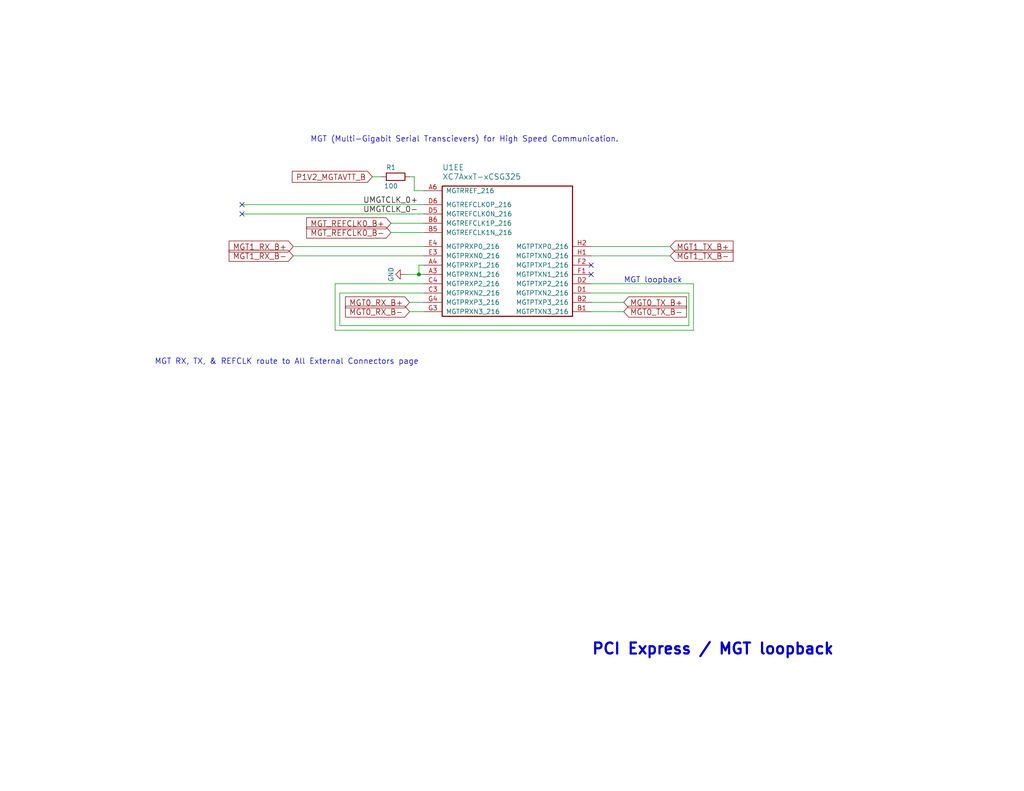
<source format=kicad_sch>
(kicad_sch (version 20250114) (generator "eeschema") (generator_version "9.0")
  (paper "A")
  (title_block (title "hFPGA") (date "2025-09-16") (rev "D") (company "Ethan Yang (github.com/ethanyangtaco115) & Stanely Wang") (comment 1 "A modification of the PicoEVB (github.com/RHSResearchLLC/PicoEVB)") (comment 2 "An expansion"))
  (lib_symbols
    (symbol "CONN_COAXIAL_1" (pin_names (offset 1.016) (hide yes))
      (property "Reference" "J" (at 0.254 3.048 0))
      (property "Value" "CONN_COAXIAL" (at 2.921 0 90))
      (symbol "CONN_COAXIAL_1_1_1"
        (pin passive line (at -3.81 0 0) (length 2.54) (name "In") (number "1"))
        (pin passive line (at 0 -5.08 90) (length 2.54) (name "Ext") (number "2"))
      )
    )
    (symbol "CONN_COAXIAL_2" (pin_names (offset 1.016) (hide yes))
      (property "Reference" "J" (at 0.254 3.048 0))
      (property "Value" "CONN_COAXIAL" (at 2.921 0 90))
      (symbol "CONN_COAXIAL_2_1_1"
        (pin passive line (at -3.81 0 0) (length 2.54) (name "In") (number "1"))
        (pin passive line (at 0 -5.08 90) (length 2.54) (name "Ext") (number "2"))
      )
    )
    (symbol "CONN_COAXIAL_3" (pin_names (offset 1.016) (hide yes))
      (property "Reference" "J" (at 0.254 3.048 0))
      (property "Value" "CONN_COAXIAL" (at 2.921 0 90))
      (symbol "CONN_COAXIAL_3_1_1"
        (pin passive line (at -3.81 0 0) (length 2.54) (name "In") (number "1"))
        (pin passive line (at 0 -5.08 90) (length 2.54) (name "Ext") (number "2"))
      )
    )
    (symbol "CONN_COAXIAL_4" (pin_names (offset 1.016) (hide yes))
      (property "Reference" "J" (at 0.254 3.048 0))
      (property "Value" "CONN_COAXIAL" (at 2.921 0 90))
      (symbol "CONN_COAXIAL_4_1_1"
        (pin passive line (at -3.81 0 0) (length 2.54) (name "In") (number "1"))
        (pin passive line (at 0 -5.08 90) (length 2.54) (name "Ext") (number "2"))
      )
    )
    (symbol "CONN_COAXIAL_5" (pin_names (offset 1.016) (hide yes))
      (property "Reference" "J" (at 0.254 3.048 0))
      (property "Value" "CONN_COAXIAL" (at 2.921 0 90))
      (symbol "CONN_COAXIAL_5_1_1"
        (pin passive line (at -3.81 0 0) (length 2.54) (name "In") (number "1"))
        (pin passive line (at 0 -5.08 90) (length 2.54) (name "Ext") (number "2"))
      )
    )
    (symbol "CONN_COAXIAL_6" (pin_names (offset 1.016) (hide yes))
      (property "Reference" "J" (at 0.254 3.048 0))
      (property "Value" "CONN_COAXIAL" (at 2.921 0 90))
      (symbol "CONN_COAXIAL_6_1_1"
        (pin passive line (at -3.81 0 0) (length 2.54) (name "In") (number "1"))
        (pin passive line (at 0 -5.08 90) (length 2.54) (name "Ext") (number "2"))
      )
    )
    (symbol "GND_1" (power) (pin_names (offset 0))
      (property "Value" "GND" (at 0 -3.81 0))
      (symbol "GND_1_1_1"
        (pin power_in line (at 0 0 270) (length 0) (hide yes) (name "GND") (number "1"))
      )
    )
    (symbol "GND_10" (power) (pin_names (offset 0))
      (property "Value" "GND" (at 0 -3.81 0))
      (symbol "GND_10_1_1"
        (pin power_in line (at 0 0 270) (length 0) (hide yes) (name "GND") (number "1"))
      )
    )
    (symbol "GND_2" (power) (pin_names (offset 0))
      (property "Value" "GND" (at 0 -3.81 0))
      (symbol "GND_2_1_1"
        (pin power_in line (at 0 0 270) (length 0) (hide yes) (name "GND") (number "1"))
      )
    )
    (symbol "GND_3" (power) (pin_names (offset 0))
      (property "Value" "GND" (at 0 -3.81 0))
      (symbol "GND_3_1_1"
        (pin power_in line (at 0 0 270) (length 0) (hide yes) (name "GND") (number "1"))
      )
    )
    (symbol "GND_4" (power) (pin_names (offset 0))
      (property "Value" "GND" (at 0 -3.81 0))
      (symbol "GND_4_1_1"
        (pin power_in line (at 0 0 270) (length 0) (hide yes) (name "GND") (number "1"))
      )
    )
    (symbol "GND_5" (power) (pin_names (offset 0))
      (property "Value" "GND" (at 0 -3.81 0))
      (symbol "GND_5_1_1"
        (pin power_in line (at 0 0 270) (length 0) (hide yes) (name "GND") (number "1"))
      )
    )
    (symbol "GND_6" (power) (pin_names (offset 0))
      (property "Value" "GND" (at 0 -3.81 0))
      (symbol "GND_6_1_1"
        (pin power_in line (at 0 0 270) (length 0) (hide yes) (name "GND") (number "1"))
      )
    )
    (symbol "GND_7" (power) (pin_names (offset 0))
      (property "Value" "GND" (at 0 -3.81 0))
      (symbol "GND_7_1_1"
        (pin power_in line (at 0 0 270) (length 0) (hide yes) (name "GND") (number "1"))
      )
    )
    (symbol "R_1" (pin_numbers (hide yes)) (pin_names (offset 0))
      (property "Reference" "R" (at 2.032 0 90))
      (property "Value" "R" (at 0 0 90))
      (symbol "R_1_1_1"
        (pin passive line (at 0 3.81 270) (length 1.27) (name "~") (number "1"))
        (pin passive line (at 0 -3.81 90) (length 1.27) (name "~") (number "2"))
      )
    )
    (symbol "R_2" (pin_numbers (hide yes)) (pin_names (offset 0))
      (property "Reference" "R" (at 2.032 0 90))
      (property "Value" "R" (at 0 0 90))
      (symbol "R_2_1_1"
        (pin passive line (at 0 3.81 270) (length 1.27) (name "~") (number "1"))
        (pin passive line (at 0 -3.81 90) (length 1.27) (name "~") (number "2"))
      )
    )
    (symbol "xc7a50tcsg325_1" (pin_names (offset 1.016))
      (property "Reference" "U" (at 1.27 3.81 0))
      (property "Value" "xc7a50tcsg325" (at 8.89 3.81 0))
      (symbol "xc7a50tcsg325_1_1_1"
        (pin power_in line (at 0 0 0) (length 5.08) (name "VCCO_0[2]") (number "E10"))
        (pin power_in line (at 0 0 0) (length 5.08) (name "VCCO_0[2]") (number "R10"))
        (pin power_in line (at 0 -2.54 0) (length 5.08) (name "VCCBATT_0") (number "E11"))
        (pin input line (at 0 -6.35 0) (length 5.08) (name "CFGBVS_0") (number "E12"))
        (pin input line (at 0 -8.89 0) (length 5.08) (name "M0_0") (number "R12"))
        (pin input line (at 0 -11.43 0) (length 5.08) (name "M1_0") (number "R11"))
        (pin input line (at 0 -13.97 0) (length 5.08) (name "M2_0") (number "F13"))
        (pin input line (at 0 -17.78 0) (length 5.08) (name "TDI_0") (number "T9"))
        (pin output line (at 0 -20.32 0) (length 5.08) (name "TDO_0") (number "T8"))
        (pin input line (at 0 -22.86 0) (length 5.08) (name "TMS_0") (number "R8"))
        (pin input line (at 0 -25.4 0) (length 5.08) (name "TCK_0") (number "F8"))
        (pin input line (at 0 -29.21 0) (length 5.08) (name "PROGRAM_B_0") (number "P10"))
        (pin input line (at 0 -31.75 0) (length 5.08) (name "INIT_B_0") (number "T10"))
        (pin output line (at 0 -34.29 0) (length 5.08) (name "DONE_0") (number "F12"))
        (pin input line (at 0 -38.1 0) (length 5.08) (name "CCLK_0") (number "E8"))
        (pin power_in line (at 36.83 0 180) (length 5.08) (name "VCCADC_0") (number "J10"))
        (pin power_in line (at 36.83 -2.54 180) (length 5.08) (name "GNDADC_0") (number "J9"))
        (pin input line (at 36.83 -5.08 180) (length 5.08) (name "VREFP_0") (number "L10"))
        (pin input line (at 36.83 -7.62 180) (length 5.08) (name "VREFN_0") (number "K9"))
        (pin input line (at 36.83 -10.16 180) (length 5.08) (name "VP_0") (number "K10"))
        (pin input line (at 36.83 -12.7 180) (length 5.08) (name "VN_0") (number "L9"))
        (pin passive line (at 36.83 -16.51 180) (length 5.08) (name "DXN_0") (number "M9"))
        (pin passive line (at 36.83 -19.05 180) (length 5.08) (name "DXP_0") (number "M10"))
      )
      (symbol "xc7a50tcsg325_1_2_1"
        (pin bidirectional line (at 0 0 0) (length 5.08) (name "IO_0_14") (number "L14"))
        (pin bidirectional line (at 0 -2.54 0) (length 5.08) (name "IO_L1P_T0_D00_MOSI_14") (number "K16"))
        (pin bidirectional line (at 0 -5.08 0) (length 5.08) (name "IO_L1N_T0_D01_DIN_14") (number "L17"))
        (pin bidirectional line (at 0 -7.62 0) (length 5.08) (name "IO_L2P_T0_D02_14") (number "J15"))
        (pin bidirectional line (at 0 -10.16 0) (length 5.08) (name "IO_L2N_T0_D03_14") (number "J16"))
        (pin bidirectional line (at 0 -12.7 0) (length 5.08) (name "IO_L3P_T0_DQS_PUDC_B_14") (number "J18"))
        (pin bidirectional line (at 0 -15.24 0) (length 5.08) (name "IO_L3N_T0_DQS_EMCCLK_14") (number "K18"))
        (pin bidirectional line (at 0 -17.78 0) (length 5.08) (name "IO_L4P_T0_D04_14") (number "K17"))
        (pin bidirectional line (at 0 -20.32 0) (length 5.08) (name "IO_L4N_T0_D05_14") (number "L18"))
        (pin bidirectional line (at 0 -22.86 0) (length 5.08) (name "IO_L5P_T0_D06_14") (number "J14"))
        (pin bidirectional line (at 0 -25.4 0) (length 5.08) (name "IO_L5N_T0_D07_14") (number "K15"))
        (pin bidirectional line (at 0 -27.94 0) (length 5.08) (name "IO_L6P_T0_FCS_B_14") (number "L15"))
        (pin bidirectional line (at 0 -30.48 0) (length 5.08) (name "IO_L6N_T0_D08_VREF_14") (number "M15"))
        (pin bidirectional line (at 0 -33.02 0) (length 5.08) (name "IO_L7P_T1_D09_14") (number "M16"))
        (pin bidirectional line (at 0 -35.56 0) (length 5.08) (name "IO_L7N_T1_D10_14") (number "M17"))
        (pin bidirectional line (at 0 -38.1 0) (length 5.08) (name "IO_L8P_T1_D11_14") (number "M14"))
        (pin bidirectional line (at 0 -40.64 0) (length 5.08) (name "IO_L8N_T1_D12_14") (number "N14"))
        (pin bidirectional line (at 0 -43.18 0) (length 5.08) (name "IO_L9P_T1_DQS_14") (number "N16"))
        (pin bidirectional line (at 0 -45.72 0) (length 5.08) (name "IO_L9N_T1_DQS_D13_14") (number "N17"))
        (pin bidirectional line (at 0 -48.26 0) (length 5.08) (name "IO_L10P_T1_D14_14") (number "N18"))
        (pin bidirectional line (at 0 -50.8 0) (length 5.08) (name "IO_L10N_T1_D15_14") (number "P18"))
        (pin bidirectional line (at 0 -53.34 0) (length 5.08) (name "IO_L11P_T1_SRCC_14") (number "P15"))
        (pin bidirectional line (at 0 -55.88 0) (length 5.08) (name "IO_L11N_T1_SRCC_14") (number "P16"))
        (pin bidirectional line (at 0 -58.42 0) (length 5.08) (name "IO_L12P_T1_MRCC_14") (number "P14"))
        (pin bidirectional line (at 0 -60.96 0) (length 5.08) (name "IO_L12N_T1_MRCC_14") (number "R15"))
        (pin bidirectional line (at 0 -63.5 0) (length 5.08) (name "IO_L13P_T2_MRCC_14") (number "T14"))
        (pin bidirectional line (at 0 -66.04 0) (length 5.08) (name "IO_L13N_T2_MRCC_14") (number "T15"))
        (pin bidirectional line (at 0 -68.58 0) (length 5.08) (name "IO_L14P_T2_SRCC_14") (number "R16"))
        (pin bidirectional line (at 0 -71.12 0) (length 5.08) (name "IO_L14N_T2_SRCC_14") (number "R17"))
        (pin bidirectional line (at 0 -73.66 0) (length 5.08) (name "IO_L15P_T2_DQS_RDWR_B_14") (number "R18"))
        (pin bidirectional line (at 0 -76.2 0) (length 5.08) (name "IO_L15N_T2_DQS_DOUT_CSO_B_14") (number "T18"))
        (pin bidirectional line (at 0 -78.74 0) (length 5.08) (name "IO_L16P_T2_CSI_B_14") (number "T17"))
        (pin bidirectional line (at 0 -81.28 0) (length 5.08) (name "IO_L16N_T2_A15_D31_14") (number "U17"))
        (pin bidirectional line (at 0 -83.82 0) (length 5.08) (name "IO_L17P_T2_A14_D30_14") (number "U15"))
        (pin bidirectional line (at 0 -86.36 0) (length 5.08) (name "IO_L17N_T2_A13_D29_14") (number "U16"))
        (pin bidirectional line (at 0 -88.9 0) (length 5.08) (name "IO_L18P_T2_A12_D28_14") (number "V16"))
        (pin bidirectional line (at 0 -91.44 0) (length 5.08) (name "IO_L18N_T2_A11_D27_14") (number "V17"))
        (pin bidirectional line (at 0 -93.98 0) (length 5.08) (name "IO_L19P_T3_A10_D26_14") (number "R13"))
        (pin bidirectional line (at 0 -96.52 0) (length 5.08) (name "IO_L19N_T3_A09_D25_VREF_14") (number "T13"))
        (pin bidirectional line (at 0 -99.06 0) (length 5.08) (name "IO_L20P_T3_A08_D24_14") (number "U14"))
        (pin bidirectional line (at 0 -101.6 0) (length 5.08) (name "IO_L20N_T3_A07_D23_14") (number "V14"))
        (pin bidirectional line (at 0 -104.14 0) (length 5.08) (name "IO_L21P_T3_DQS_14") (number "V12"))
        (pin bidirectional line (at 0 -106.68 0) (length 5.08) (name "IO_L21N_T3_DQS_A06_D22_14") (number "V13"))
        (pin bidirectional line (at 0 -109.22 0) (length 5.08) (name "IO_L22P_T3_A05_D21_14") (number "T12"))
        (pin bidirectional line (at 0 -111.76 0) (length 5.08) (name "IO_L22N_T3_A04_D20_14") (number "U12"))
        (pin bidirectional line (at 0 -114.3 0) (length 5.08) (name "IO_L23P_T3_A03_D19_14") (number "U11"))
        (pin bidirectional line (at 0 -116.84 0) (length 5.08) (name "IO_L23N_T3_A02_D18_14") (number "V11"))
        (pin bidirectional line (at 0 -119.38 0) (length 5.08) (name "IO_L24P_T3_A01_D17_14") (number "U9"))
        (pin bidirectional line (at 0 -121.92 0) (length 5.08) (name "IO_L24N_T3_A00_D16_14") (number "V9"))
        (pin bidirectional line (at 0 -124.46 0) (length 5.08) (name "IO_25_14") (number "U10"))
        (pin power_in line (at 0 -127 0) (length 5.08) (name "VCCO_14[7]") (number "L16"))
        (pin power_in line (at 0 -127 0) (length 5.08) (name "VCCO_14[7]") (number "P17"))
        (pin power_in line (at 0 -127 0) (length 5.08) (name "VCCO_14[7]") (number "R14"))
        (pin power_in line (at 0 -127 0) (length 5.08) (name "VCCO_14[7]") (number "T11"))
        (pin power_in line (at 0 -127 0) (length 5.08) (name "VCCO_14[7]") (number "U18"))
        (pin power_in line (at 0 -127 0) (length 5.08) (name "VCCO_14[7]") (number "U8"))
        (pin power_in line (at 0 -127 0) (length 5.08) (name "VCCO_14[7]") (number "V15"))
      )
      (symbol "xc7a50tcsg325_1_3_1"
        (pin bidirectional line (at 0 0 0) (length 5.08) (name "IO_0_15") (number "D10"))
        (pin bidirectional line (at 0 -2.54 0) (length 5.08) (name "IO_L1P_T0_AD0P_15") (number "D8"))
        (pin bidirectional line (at 0 -5.08 0) (length 5.08) (name "IO_L1N_T0_AD0N_15") (number "C8"))
        (pin bidirectional line (at 0 -7.62 0) (length 5.08) (name "IO_L2P_T0_AD8P_15") (number "D9"))
        (pin bidirectional line (at 0 -10.16 0) (length 5.08) (name "IO_L2N_T0_AD8N_15") (number "C9"))
        (pin bidirectional line (at 0 -12.7 0) (length 5.08) (name "IO_L3P_T0_DQS_AD1P_15") (number "B9"))
        (pin bidirectional line (at 0 -15.24 0) (length 5.08) (name "IO_L3N_T0_DQS_AD1N_15") (number "A9"))
        (pin bidirectional line (at 0 -17.78 0) (length 5.08) (name "IO_L4P_T0_15") (number "C11"))
        (pin bidirectional line (at 0 -20.32 0) (length 5.08) (name "IO_L4N_T0_15") (number "B11"))
        (pin bidirectional line (at 0 -22.86 0) (length 5.08) (name "IO_L5P_T0_AD9P_15") (number "B10"))
        (pin bidirectional line (at 0 -25.4 0) (length 5.08) (name "IO_L5N_T0_AD9N_15") (number "A10"))
        (pin bidirectional line (at 0 -27.94 0) (length 5.08) (name "IO_L6P_T0_15") (number "D11"))
        (pin bidirectional line (at 0 -30.48 0) (length 5.08) (name "IO_L6N_T0_VREF_15") (number "C12"))
        (pin bidirectional line (at 0 -33.02 0) (length 5.08) (name "IO_L7P_T1_AD2P_15") (number "B12"))
        (pin bidirectional line (at 0 -35.56 0) (length 5.08) (name "IO_L7N_T1_AD2N_15") (number "A12"))
        (pin bidirectional line (at 0 -38.1 0) (length 5.08) (name "IO_L8P_T1_AD10P_15") (number "A13"))
        (pin bidirectional line (at 0 -40.64 0) (length 5.08) (name "IO_L8N_T1_AD10N_15") (number "A14"))
        (pin bidirectional line (at 0 -43.18 0) (length 5.08) (name "IO_L9P_T1_DQS_AD3P_15") (number "C14"))
        (pin bidirectional line (at 0 -45.72 0) (length 5.08) (name "IO_L9N_T1_DQS_AD3N_15") (number "B15"))
        (pin bidirectional line (at 0 -48.26 0) (length 5.08) (name "IO_L10P_T1_AD11P_15") (number "B14"))
        (pin bidirectional line (at 0 -50.8 0) (length 5.08) (name "IO_L10N_T1_AD11N_15") (number "A15"))
        (pin bidirectional line (at 0 -53.34 0) (length 5.08) (name "IO_L11P_T1_SRCC_15") (number "D13"))
        (pin bidirectional line (at 0 -55.88 0) (length 5.08) (name "IO_L11N_T1_SRCC_15") (number "C13"))
        (pin bidirectional line (at 0 -58.42 0) (length 5.08) (name "IO_L12P_T1_MRCC_15") (number "E13"))
        (pin bidirectional line (at 0 -60.96 0) (length 5.08) (name "IO_L12N_T1_MRCC_15") (number "D14"))
        (pin bidirectional line (at 0 -63.5 0) (length 5.08) (name "IO_L13P_T2_MRCC_15") (number "E15"))
        (pin bidirectional line (at 0 -66.04 0) (length 5.08) (name "IO_L13N_T2_MRCC_15") (number "D15"))
        (pin bidirectional line (at 0 -68.58 0) (length 5.08) (name "IO_L14P_T2_SRCC_15") (number "E16"))
        (pin bidirectional line (at 0 -71.12 0) (length 5.08) (name "IO_L14N_T2_SRCC_15") (number "D16"))
        (pin bidirectional line (at 0 -73.66 0) (length 5.08) (name "IO_L15P_T2_DQS_15") (number "B16"))
        (pin bidirectional line (at 0 -76.2 0) (length 5.08) (name "IO_L15N_T2_DQS_ADV_B_15") (number "A17"))
        (pin bidirectional line (at 0 -78.74 0) (length 5.08) (name "IO_L16P_T2_A28_15") (number "C16"))
        (pin bidirectional line (at 0 -81.28 0) (length 5.08) (name "IO_L16N_T2_A27_15") (number "B17"))
        (pin bidirectional line (at 0 -83.82 0) (length 5.08) (name "IO_L17P_T2_A26_15") (number "E17"))
        (pin bidirectional line (at 0 -86.36 0) (length 5.08) (name "IO_L17N_T2_A25_15") (number "D18"))
        (pin bidirectional line (at 0 -88.9 0) (length 5.08) (name "IO_L18P_T2_A24_15") (number "C17"))
        (pin bidirectional line (at 0 -91.44 0) (length 5.08) (name "IO_L18N_T2_A23_15") (number "C18"))
        (pin bidirectional line (at 0 -93.98 0) (length 5.08) (name "IO_L19P_T3_A22_15") (number "G17"))
        (pin bidirectional line (at 0 -96.52 0) (length 5.08) (name "IO_L19N_T3_A21_VREF_15") (number "F18"))
        (pin bidirectional line (at 0 -99.06 0) (length 5.08) (name "IO_L20P_T3_A20_15") (number "H16"))
        (pin bidirectional line (at 0 -101.6 0) (length 5.08) (name "IO_L20N_T3_A19_15") (number "G16"))
        (pin bidirectional line (at 0 -104.14 0) (length 5.08) (name "IO_L21P_T3_DQS_15") (number "G15"))
        (pin bidirectional line (at 0 -106.68 0) (length 5.08) (name "IO_L21N_T3_DQS_A18_15") (number "F15"))
        (pin bidirectional line (at 0 -109.22 0) (length 5.08) (name "IO_L22P_T3_A17_15") (number "G14"))
        (pin bidirectional line (at 0 -111.76 0) (length 5.08) (name "IO_L22N_T3_A16_15") (number "F14"))
        (pin bidirectional line (at 0 -114.3 0) (length 5.08) (name "IO_L23P_T3_FOE_B_15") (number "H17"))
        (pin bidirectional line (at 0 -116.84 0) (length 5.08) (name "IO_L23N_T3_FWE_B_15") (number "H18"))
        (pin bidirectional line (at 0 -119.38 0) (length 5.08) (name "IO_L24P_T3_RS1_15") (number "F17"))
        (pin bidirectional line (at 0 -121.92 0) (length 5.08) (name "IO_L24N_T3_RS0_15") (number "E18"))
        (pin bidirectional line (at 0 -124.46 0) (length 5.08) (name "IO_25_15") (number "H14"))
        (pin power_in line (at 0 -127 0) (length 5.08) (name "VCCO_15[7]") (number "A16"))
        (pin power_in line (at 0 -127 0) (length 5.08) (name "VCCO_15[7]") (number "B13"))
        (pin power_in line (at 0 -127 0) (length 5.08) (name "VCCO_15[7]") (number "C10"))
        (pin power_in line (at 0 -127 0) (length 5.08) (name "VCCO_15[7]") (number "D17"))
        (pin power_in line (at 0 -127 0) (length 5.08) (name "VCCO_15[7]") (number "E14"))
        (pin power_in line (at 0 -127 0) (length 5.08) (name "VCCO_15[7]") (number "G18"))
        (pin power_in line (at 0 -127 0) (length 5.08) (name "VCCO_15[7]") (number "H15"))
      )
      (symbol "xc7a50tcsg325_1_4_1"
        (pin bidirectional line (at 0 0 0) (length 5.08) (name "IO_0_34") (number "J6"))
        (pin bidirectional line (at 0 -2.54 0) (length 5.08) (name "IO_L1P_T0_34") (number "K6"))
        (pin bidirectional line (at 0 -5.08 0) (length 5.08) (name "IO_L1N_T0_34") (number "K5"))
        (pin bidirectional line (at 0 -7.62 0) (length 5.08) (name "IO_L2P_T0_34") (number "J5"))
        (pin bidirectional line (at 0 -10.16 0) (length 5.08) (name "IO_L2N_T0_34") (number "J4"))
        (pin bidirectional line (at 0 -12.7 0) (length 5.08) (name "IO_L3P_T0_DQS_34") (number "K2"))
        (pin bidirectional line (at 0 -15.24 0) (length 5.08) (name "IO_L3N_T0_DQS_34") (number "K1"))
        (pin bidirectional line (at 0 -17.78 0) (length 5.08) (name "IO_L4P_T0_34") (number "K3"))
        (pin bidirectional line (at 0 -20.32 0) (length 5.08) (name "IO_L4N_T0_34") (number "L2"))
        (pin bidirectional line (at 0 -22.86 0) (length 5.08) (name "IO_L5P_T0_34") (number "L4"))
        (pin bidirectional line (at 0 -25.4 0) (length 5.08) (name "IO_L5N_T0_34") (number "L3"))
        (pin bidirectional line (at 0 -27.94 0) (length 5.08) (name "IO_L6P_T0_34") (number "L5"))
        (pin bidirectional line (at 0 -30.48 0) (length 5.08) (name "IO_L6N_T0_VREF_34") (number "M5"))
        (pin bidirectional line (at 0 -33.02 0) (length 5.08) (name "IO_L7P_T1_34") (number "M2"))
        (pin bidirectional line (at 0 -35.56 0) (length 5.08) (name "IO_L7N_T1_34") (number "M1"))
        (pin bidirectional line (at 0 -38.1 0) (length 5.08) (name "IO_L8P_T1_34") (number "M6"))
        (pin bidirectional line (at 0 -40.64 0) (length 5.08) (name "IO_L8N_T1_34") (number "N6"))
        (pin bidirectional line (at 0 -43.18 0) (length 5.08) (name "IO_L9P_T1_DQS_34") (number "N1"))
        (pin bidirectional line (at 0 -45.72 0) (length 5.08) (name "IO_L9N_T1_DQS_34") (number "P1"))
        (pin bidirectional line (at 0 -48.26 0) (length 5.08) (name "IO_L10P_T1_34") (number "M4"))
        (pin bidirectional line (at 0 -50.8 0) (length 5.08) (name "IO_L10N_T1_34") (number "N4"))
        (pin bidirectional line (at 0 -53.34 0) (length 5.08) (name "IO_L11P_T1_SRCC_34") (number "N3"))
        (pin bidirectional line (at 0 -55.88 0) (length 5.08) (name "IO_L11N_T1_SRCC_34") (number "N2"))
        (pin bidirectional line (at 0 -58.42 0) (length 5.08) (name "IO_L12P_T1_MRCC_34") (number "P4"))
        (pin bidirectional line (at 0 -60.96 0) (length 5.08) (name "IO_L12N_T1_MRCC_34") (number "P3"))
        (pin bidirectional line (at 0 -63.5 0) (length 5.08) (name "IO_L13P_T2_MRCC_34") (number "R2"))
        (pin bidirectional line (at 0 -66.04 0) (length 5.08) (name "IO_L13N_T2_MRCC_34") (number "R1"))
        (pin bidirectional line (at 0 -68.58 0) (length 5.08) (name "IO_L14P_T2_SRCC_34") (number "R3"))
        (pin bidirectional line (at 0 -71.12 0) (length 5.08) (name "IO_L14N_T2_SRCC_34") (number "T2"))
        (pin bidirectional line (at 0 -73.66 0) (length 5.08) (name "IO_L15P_T2_DQS_34") (number "U2"))
        (pin bidirectional line (at 0 -76.2 0) (length 5.08) (name "IO_L15N_T2_DQS_34") (number "U1"))
        (pin bidirectional line (at 0 -78.74 0) (length 5.08) (name "IO_L16P_T2_34") (number "V3"))
        (pin bidirectional line (at 0 -81.28 0) (length 5.08) (name "IO_L16N_T2_34") (number "V2"))
        (pin bidirectional line (at 0 -83.82 0) (length 5.08) (name "IO_L17P_T2_34") (number "T4"))
        (pin bidirectional line (at 0 -86.36 0) (length 5.08) (name "IO_L17N_T2_34") (number "T3"))
        (pin bidirectional line (at 0 -88.9 0) (length 5.08) (name "IO_L18P_T2_34") (number "U4"))
        (pin bidirectional line (at 0 -91.44 0) (length 5.08) (name "IO_L18N_T2_34") (number "V4"))
        (pin bidirectional line (at 0 -93.98 0) (length 5.08) (name "IO_L19P_T3_34") (number "P6"))
        (pin bidirectional line (at 0 -96.52 0) (length 5.08) (name "IO_L19N_T3_VREF_34") (number "P5"))
        (pin bidirectional line (at 0 -99.06 0) (length 5.08) (name "IO_L20P_T3_34") (number "U6"))
        (pin bidirectional line (at 0 -101.6 0) (length 5.08) (name "IO_L20N_T3_34") (number "U5"))
        (pin bidirectional line (at 0 -104.14 0) (length 5.08) (name "IO_L21P_T3_DQS_34") (number "R5"))
        (pin bidirectional line (at 0 -106.68 0) (length 5.08) (name "IO_L21N_T3_DQS_34") (number "T5"))
        (pin bidirectional line (at 0 -109.22 0) (length 5.08) (name "IO_L22P_T3_34") (number "R7"))
        (pin bidirectional line (at 0 -111.76 0) (length 5.08) (name "IO_L22N_T3_34") (number "T7"))
        (pin bidirectional line (at 0 -114.3 0) (length 5.08) (name "IO_L23P_T3_34") (number "U7"))
        (pin bidirectional line (at 0 -116.84 0) (length 5.08) (name "IO_L23N_T3_34") (number "V6"))
        (pin bidirectional line (at 0 -119.38 0) (length 5.08) (name "IO_L24P_T3_34") (number "V8"))
        (pin bidirectional line (at 0 -121.92 0) (length 5.08) (name "IO_L24N_T3_34") (number "V7"))
        (pin bidirectional line (at 0 -124.46 0) (length 5.08) (name "IO_25_34") (number "R6"))
        (pin power_in line (at 0 -127 0) (length 5.08) (name "VCCO_34[6]") (number "L6"))
        (pin power_in line (at 0 -127 0) (length 5.08) (name "VCCO_34[6]") (number "M3"))
        (pin power_in line (at 0 -127 0) (length 5.08) (name "VCCO_34[6]") (number "P7"))
        (pin power_in line (at 0 -127 0) (length 5.08) (name "VCCO_34[6]") (number "R4"))
        (pin power_in line (at 0 -127 0) (length 5.08) (name "VCCO_34[6]") (number "T1"))
        (pin power_in line (at 0 -127 0) (length 5.08) (name "VCCO_34[6]") (number "V5"))
      )
      (symbol "xc7a50tcsg325_1_5_1"
        (pin passive line (at 0 0 0) (length 5.08) (name "MGTRREF_216") (number "A6"))
        (pin input line (at 0 -3.81 0) (length 5.08) (name "MGTREFCLK0P_216") (number "D6"))
        (pin input line (at 0 -6.35 0) (length 5.08) (name "MGTREFCLK0N_216") (number "D5"))
        (pin input line (at 0 -8.89 0) (length 5.08) (name "MGTREFCLK1P_216") (number "B6"))
        (pin input line (at 0 -11.43 0) (length 5.08) (name "MGTREFCLK1N_216") (number "B5"))
        (pin input line (at 0 -15.24 0) (length 5.08) (name "MGTPRXP0_216") (number "E4"))
        (pin input line (at 0 -17.78 0) (length 5.08) (name "MGTPRXN0_216") (number "E3"))
        (pin input line (at 0 -20.32 0) (length 5.08) (name "MGTPRXP1_216") (number "A4"))
        (pin input line (at 0 -22.86 0) (length 5.08) (name "MGTPRXN1_216") (number "A3"))
        (pin input line (at 0 -25.4 0) (length 5.08) (name "MGTPRXP2_216") (number "C4"))
        (pin input line (at 0 -27.94 0) (length 5.08) (name "MGTPRXN2_216") (number "C3"))
        (pin input line (at 0 -30.48 0) (length 5.08) (name "MGTPRXP3_216") (number "G4"))
        (pin input line (at 0 -33.02 0) (length 5.08) (name "MGTPRXN3_216") (number "G3"))
        (pin output line (at 45.72 -15.24 180) (length 5.08) (name "MGTPTXP0_216") (number "H2"))
        (pin output line (at 45.72 -17.78 180) (length 5.08) (name "MGTPTXN0_216") (number "H1"))
        (pin output line (at 45.72 -20.32 180) (length 5.08) (name "MGTPTXP1_216") (number "F2"))
        (pin output line (at 45.72 -22.86 180) (length 5.08) (name "MGTPTXN1_216") (number "F1"))
        (pin output line (at 45.72 -25.4 180) (length 5.08) (name "MGTPTXP2_216") (number "D2"))
        (pin output line (at 45.72 -27.94 180) (length 5.08) (name "MGTPTXN2_216") (number "D1"))
        (pin output line (at 45.72 -30.48 180) (length 5.08) (name "MGTPTXP3_216") (number "B2"))
        (pin output line (at 45.72 -33.02 180) (length 5.08) (name "MGTPTXN3_216") (number "B1"))
      )
      (symbol "xc7a50tcsg325_1_6_1"
        (pin power_in line (at 0 0 0) (length 5.08) (name "VCCAUX[5]") (number "G12"))
        (pin power_in line (at 0 0 0) (length 5.08) (name "VCCAUX[5]") (number "H13"))
        (pin power_in line (at 0 0 0) (length 5.08) (name "VCCAUX[5]") (number "K13"))
        (pin power_in line (at 0 0 0) (length 5.08) (name "VCCAUX[5]") (number "M13"))
        (pin power_in line (at 0 0 0) (length 5.08) (name "VCCAUX[5]") (number "P13"))
        (pin power_in line (at 0 -2.54 0) (length 5.08) (name "VCCINT[18]") (number "F7"))
        (pin power_in line (at 0 -2.54 0) (length 5.08) (name "VCCINT[18]") (number "F9"))
        (pin power_in line (at 0 -2.54 0) (length 5.08) (name "VCCINT[18]") (number "G8"))
        (pin power_in line (at 0 -2.54 0) (length 5.08) (name "VCCINT[18]") (number "H7"))
        (pin power_in line (at 0 -2.54 0) (length 5.08) (name "VCCINT[18]") (number "H9"))
        (pin power_in line (at 0 -2.54 0) (length 5.08) (name "VCCINT[18]") (number "J12"))
        (pin power_in line (at 0 -2.54 0) (length 5.08) (name "VCCINT[18]") (number "J8"))
        (pin power_in line (at 0 -2.54 0) (length 5.08) (name "VCCINT[18]") (number "K11"))
        (pin power_in line (at 0 -2.54 0) (length 5.08) (name "VCCINT[18]") (number "K7"))
        (pin power_in line (at 0 -2.54 0) (length 5.08) (name "VCCINT[18]") (number "L12"))
        (pin power_in line (at 0 -2.54 0) (length 5.08) (name "VCCINT[18]") (number "L8"))
        (pin power_in line (at 0 -2.54 0) (length 5.08) (name "VCCINT[18]") (number "M11"))
        (pin power_in line (at 0 -2.54 0) (length 5.08) (name "VCCINT[18]") (number "M7"))
        (pin power_in line (at 0 -2.54 0) (length 5.08) (name "VCCINT[18]") (number "N10"))
        (pin power_in line (at 0 -2.54 0) (length 5.08) (name "VCCINT[18]") (number "N12"))
        (pin power_in line (at 0 -2.54 0) (length 5.08) (name "VCCINT[18]") (number "N8"))
        (pin power_in line (at 0 -2.54 0) (length 5.08) (name "VCCINT[18]") (number "P11"))
        (pin power_in line (at 0 -2.54 0) (length 5.08) (name "VCCINT[18]") (number "P9"))
        (pin power_in line (at 0 -5.08 0) (length 5.08) (name "GND[75]") (number "A1"))
        (pin power_in line (at 0 -5.08 0) (length 5.08) (name "GND[75]") (number "A11"))
        (pin power_in line (at 0 -5.08 0) (length 5.08) (name "GND[75]") (number "A18"))
        (pin power_in line (at 0 -5.08 0) (length 5.08) (name "GND[75]") (number "A5"))
        (pin power_in line (at 0 -5.08 0) (length 5.08) (name "GND[75]") (number "A7"))
        (pin power_in line (at 0 -5.08 0) (length 5.08) (name "GND[75]") (number "A8"))
        (pin power_in line (at 0 -5.08 0) (length 5.08) (name "GND[75]") (number "B18"))
        (pin power_in line (at 0 -5.08 0) (length 5.08) (name "GND[75]") (number "B3"))
        (pin power_in line (at 0 -5.08 0) (length 5.08) (name "GND[75]") (number "B7"))
        (pin power_in line (at 0 -5.08 0) (length 5.08) (name "GND[75]") (number "B8"))
        (pin power_in line (at 0 -5.08 0) (length 5.08) (name "GND[75]") (number "C15"))
        (pin power_in line (at 0 -5.08 0) (length 5.08) (name "GND[75]") (number "C2"))
        (pin power_in line (at 0 -5.08 0) (length 5.08) (name "GND[75]") (number "C6"))
        (pin power_in line (at 0 -5.08 0) (length 5.08) (name "GND[75]") (number "C7"))
        (pin power_in line (at 0 -5.08 0) (length 5.08) (name "GND[75]") (number "D12"))
        (pin power_in line (at 0 -5.08 0) (length 5.08) (name "GND[75]") (number "D3"))
        (pin power_in line (at 0 -5.08 0) (length 5.08) (name "GND[75]") (number "D4"))
        (pin power_in line (at 0 -5.08 0) (length 5.08) (name "GND[75]") (number "D7"))
        (pin power_in line (at 0 -5.08 0) (length 5.08) (name "GND[75]") (number "E2"))
        (pin power_in line (at 0 -5.08 0) (length 5.08) (name "GND[75]") (number "E6"))
        (pin power_in line (at 0 -5.08 0) (length 5.08) (name "GND[75]") (number "E7"))
        (pin power_in line (at 0 -5.08 0) (length 5.08) (name "GND[75]") (number "E9"))
        (pin power_in line (at 0 -5.08 0) (length 5.08) (name "GND[75]") (number "F10"))
        (pin power_in line (at 0 -5.08 0) (length 5.08) (name "GND[75]") (number "F16"))
        (pin power_in line (at 0 -5.08 0) (length 5.08) (name "GND[75]") (number "F4"))
        (pin power_in line (at 0 -5.08 0) (length 5.08) (name "GND[75]") (number "F6"))
        (pin power_in line (at 0 -5.08 0) (length 5.08) (name "GND[75]") (number "G1"))
        (pin power_in line (at 0 -5.08 0) (length 5.08) (name "GND[75]") (number "G11"))
        (pin power_in line (at 0 -5.08 0) (length 5.08) (name "GND[75]") (number "G13"))
        (pin power_in line (at 0 -5.08 0) (length 5.08) (name "GND[75]") (number "G5"))
        (pin power_in line (at 0 -5.08 0) (length 5.08) (name "GND[75]") (number "G6"))
        (pin power_in line (at 0 -5.08 0) (length 5.08) (name "GND[75]") (number "G7"))
        (pin power_in line (at 0 -5.08 0) (length 5.08) (name "GND[75]") (number "G9"))
        (pin power_in line (at 0 -5.08 0) (length 5.08) (name "GND[75]") (number "H10"))
        (pin power_in line (at 0 -5.08 0) (length 5.08) (name "GND[75]") (number "H12"))
        (pin power_in line (at 0 -5.08 0) (length 5.08) (name "GND[75]") (number "H3"))
        (pin power_in line (at 0 -5.08 0) (length 5.08) (name "GND[75]") (number "H4"))
        (pin power_in line (at 0 -5.08 0) (length 5.08) (name "GND[75]") (number "H5"))
        (pin power_in line (at 0 -5.08 0) (length 5.08) (name "GND[75]") (number "H6"))
        (pin power_in line (at 0 -5.08 0) (length 5.08) (name "GND[75]") (number "H8"))
        (pin power_in line (at 0 -5.08 0) (length 5.08) (name "GND[75]") (number "J1"))
        (pin power_in line (at 0 -5.08 0) (length 5.08) (name "GND[75]") (number "J11"))
        (pin power_in line (at 0 -5.08 0) (length 5.08) (name "GND[75]") (number "J13"))
        (pin power_in line (at 0 -5.08 0) (length 5.08) (name "GND[75]") (number "J17"))
        (pin power_in line (at 0 -5.08 0) (length 5.08) (name "GND[75]") (number "J2"))
        (pin power_in line (at 0 -5.08 0) (length 5.08) (name "GND[75]") (number "J3"))
        (pin power_in line (at 0 -5.08 0) (length 5.08) (name "GND[75]") (number "J7"))
        (pin power_in line (at 0 -5.08 0) (length 5.08) (name "GND[75]") (number "K12"))
        (pin power_in line (at 0 -5.08 0) (length 5.08) (name "GND[75]") (number "K14"))
        (pin power_in line (at 0 -5.08 0) (length 5.08) (name "GND[75]") (number "K4"))
        (pin power_in line (at 0 -5.08 0) (length 5.08) (name "GND[75]") (number "K8"))
        (pin power_in line (at 0 -5.08 0) (length 5.08) (name "GND[75]") (number "L1"))
        (pin power_in line (at 0 -5.08 0) (length 5.08) (name "GND[75]") (number "L11"))
        (pin power_in line (at 0 -5.08 0) (length 5.08) (name "GND[75]") (number "L13"))
        (pin power_in line (at 0 -5.08 0) (length 5.08) (name "GND[75]") (number "L7"))
        (pin power_in line (at 0 -5.08 0) (length 5.08) (name "GND[75]") (number "M12"))
        (pin power_in line (at 0 -5.08 0) (length 5.08) (name "GND[75]") (number "M18"))
        (pin power_in line (at 0 -5.08 0) (length 5.08) (name "GND[75]") (number "M8"))
        (pin power_in line (at 0 -5.08 0) (length 5.08) (name "GND[75]") (number "N11"))
        (pin power_in line (at 0 -5.08 0) (length 5.08) (name "GND[75]") (number "N13"))
        (pin power_in line (at 0 -5.08 0) (length 5.08) (name "GND[75]") (number "N15"))
        (pin power_in line (at 0 -5.08 0) (length 5.08) (name "GND[75]") (number "N5"))
        (pin power_in line (at 0 -5.08 0) (length 5.08) (name "GND[75]") (number "N7"))
        (pin power_in line (at 0 -5.08 0) (length 5.08) (name "GND[75]") (number "N9"))
        (pin power_in line (at 0 -5.08 0) (length 5.08) (name "GND[75]") (number "P12"))
        (pin power_in line (at 0 -5.08 0) (length 5.08) (name "GND[75]") (number "P2"))
        (pin power_in line (at 0 -5.08 0) (length 5.08) (name "GND[75]") (number "P8"))
        (pin power_in line (at 0 -5.08 0) (length 5.08) (name "GND[75]") (number "R9"))
        (pin power_in line (at 0 -5.08 0) (length 5.08) (name "GND[75]") (number "T16"))
        (pin power_in line (at 0 -5.08 0) (length 5.08) (name "GND[75]") (number "T6"))
        (pin power_in line (at 0 -5.08 0) (length 5.08) (name "GND[75]") (number "U13"))
        (pin power_in line (at 0 -5.08 0) (length 5.08) (name "GND[75]") (number "U3"))
        (pin power_in line (at 0 -5.08 0) (length 5.08) (name "GND[75]") (number "V1"))
        (pin power_in line (at 0 -5.08 0) (length 5.08) (name "GND[75]") (number "V10"))
        (pin power_in line (at 0 -5.08 0) (length 5.08) (name "GND[75]") (number "V18"))
        (pin power_in line (at 0 -7.62 0) (length 5.08) (name "VCCBRAM[3]") (number "F11"))
        (pin power_in line (at 0 -7.62 0) (length 5.08) (name "VCCBRAM[3]") (number "G10"))
        (pin power_in line (at 0 -7.62 0) (length 5.08) (name "VCCBRAM[3]") (number "H11"))
        (pin power_in line (at 0 -10.16 0) (length 5.08) (name "MGTAVCC[4]") (number "B4"))
        (pin power_in line (at 0 -10.16 0) (length 5.08) (name "MGTAVCC[4]") (number "C5"))
        (pin power_in line (at 0 -10.16 0) (length 5.08) (name "MGTAVCC[4]") (number "E5"))
        (pin power_in line (at 0 -10.16 0) (length 5.08) (name "MGTAVCC[4]") (number "F5"))
        (pin power_in line (at 0 -12.7 0) (length 5.08) (name "MGTAVTT[5]") (number "A2"))
        (pin power_in line (at 0 -12.7 0) (length 5.08) (name "MGTAVTT[5]") (number "C1"))
        (pin power_in line (at 0 -12.7 0) (length 5.08) (name "MGTAVTT[5]") (number "E1"))
        (pin power_in line (at 0 -12.7 0) (length 5.08) (name "MGTAVTT[5]") (number "F3"))
        (pin power_in line (at 0 -12.7 0) (length 5.08) (name "MGTAVTT[5]") (number "G2"))
      )
    )
    (symbol "xc7a50tcsg325_2" (pin_names (offset 1.016))
      (property "Reference" "U" (at 1.27 3.81 0))
      (property "Value" "xc7a50tcsg325" (at 8.89 3.81 0))
      (symbol "xc7a50tcsg325_2_1_1"
        (pin power_in line (at 0 0 0) (length 5.08) (name "VCCO_0[2]") (number "E10"))
        (pin power_in line (at 0 0 0) (length 5.08) (name "VCCO_0[2]") (number "R10"))
        (pin power_in line (at 0 -2.54 0) (length 5.08) (name "VCCBATT_0") (number "E11"))
        (pin input line (at 0 -6.35 0) (length 5.08) (name "CFGBVS_0") (number "E12"))
        (pin input line (at 0 -8.89 0) (length 5.08) (name "M0_0") (number "R12"))
        (pin input line (at 0 -11.43 0) (length 5.08) (name "M1_0") (number "R11"))
        (pin input line (at 0 -13.97 0) (length 5.08) (name "M2_0") (number "F13"))
        (pin input line (at 0 -17.78 0) (length 5.08) (name "TDI_0") (number "T9"))
        (pin output line (at 0 -20.32 0) (length 5.08) (name "TDO_0") (number "T8"))
        (pin input line (at 0 -22.86 0) (length 5.08) (name "TMS_0") (number "R8"))
        (pin input line (at 0 -25.4 0) (length 5.08) (name "TCK_0") (number "F8"))
        (pin input line (at 0 -29.21 0) (length 5.08) (name "PROGRAM_B_0") (number "P10"))
        (pin input line (at 0 -31.75 0) (length 5.08) (name "INIT_B_0") (number "T10"))
        (pin output line (at 0 -34.29 0) (length 5.08) (name "DONE_0") (number "F12"))
        (pin input line (at 0 -38.1 0) (length 5.08) (name "CCLK_0") (number "E8"))
        (pin power_in line (at 36.83 0 180) (length 5.08) (name "VCCADC_0") (number "J10"))
        (pin power_in line (at 36.83 -2.54 180) (length 5.08) (name "GNDADC_0") (number "J9"))
        (pin input line (at 36.83 -5.08 180) (length 5.08) (name "VREFP_0") (number "L10"))
        (pin input line (at 36.83 -7.62 180) (length 5.08) (name "VREFN_0") (number "K9"))
        (pin input line (at 36.83 -10.16 180) (length 5.08) (name "VP_0") (number "K10"))
        (pin input line (at 36.83 -12.7 180) (length 5.08) (name "VN_0") (number "L9"))
        (pin passive line (at 36.83 -16.51 180) (length 5.08) (name "DXN_0") (number "M9"))
        (pin passive line (at 36.83 -19.05 180) (length 5.08) (name "DXP_0") (number "M10"))
      )
      (symbol "xc7a50tcsg325_2_2_1"
        (pin bidirectional line (at 0 0 0) (length 5.08) (name "IO_0_14") (number "L14"))
        (pin bidirectional line (at 0 -2.54 0) (length 5.08) (name "IO_L1P_T0_D00_MOSI_14") (number "K16"))
        (pin bidirectional line (at 0 -5.08 0) (length 5.08) (name "IO_L1N_T0_D01_DIN_14") (number "L17"))
        (pin bidirectional line (at 0 -7.62 0) (length 5.08) (name "IO_L2P_T0_D02_14") (number "J15"))
        (pin bidirectional line (at 0 -10.16 0) (length 5.08) (name "IO_L2N_T0_D03_14") (number "J16"))
        (pin bidirectional line (at 0 -12.7 0) (length 5.08) (name "IO_L3P_T0_DQS_PUDC_B_14") (number "J18"))
        (pin bidirectional line (at 0 -15.24 0) (length 5.08) (name "IO_L3N_T0_DQS_EMCCLK_14") (number "K18"))
        (pin bidirectional line (at 0 -17.78 0) (length 5.08) (name "IO_L4P_T0_D04_14") (number "K17"))
        (pin bidirectional line (at 0 -20.32 0) (length 5.08) (name "IO_L4N_T0_D05_14") (number "L18"))
        (pin bidirectional line (at 0 -22.86 0) (length 5.08) (name "IO_L5P_T0_D06_14") (number "J14"))
        (pin bidirectional line (at 0 -25.4 0) (length 5.08) (name "IO_L5N_T0_D07_14") (number "K15"))
        (pin bidirectional line (at 0 -27.94 0) (length 5.08) (name "IO_L6P_T0_FCS_B_14") (number "L15"))
        (pin bidirectional line (at 0 -30.48 0) (length 5.08) (name "IO_L6N_T0_D08_VREF_14") (number "M15"))
        (pin bidirectional line (at 0 -33.02 0) (length 5.08) (name "IO_L7P_T1_D09_14") (number "M16"))
        (pin bidirectional line (at 0 -35.56 0) (length 5.08) (name "IO_L7N_T1_D10_14") (number "M17"))
        (pin bidirectional line (at 0 -38.1 0) (length 5.08) (name "IO_L8P_T1_D11_14") (number "M14"))
        (pin bidirectional line (at 0 -40.64 0) (length 5.08) (name "IO_L8N_T1_D12_14") (number "N14"))
        (pin bidirectional line (at 0 -43.18 0) (length 5.08) (name "IO_L9P_T1_DQS_14") (number "N16"))
        (pin bidirectional line (at 0 -45.72 0) (length 5.08) (name "IO_L9N_T1_DQS_D13_14") (number "N17"))
        (pin bidirectional line (at 0 -48.26 0) (length 5.08) (name "IO_L10P_T1_D14_14") (number "N18"))
        (pin bidirectional line (at 0 -50.8 0) (length 5.08) (name "IO_L10N_T1_D15_14") (number "P18"))
        (pin bidirectional line (at 0 -53.34 0) (length 5.08) (name "IO_L11P_T1_SRCC_14") (number "P15"))
        (pin bidirectional line (at 0 -55.88 0) (length 5.08) (name "IO_L11N_T1_SRCC_14") (number "P16"))
        (pin bidirectional line (at 0 -58.42 0) (length 5.08) (name "IO_L12P_T1_MRCC_14") (number "P14"))
        (pin bidirectional line (at 0 -60.96 0) (length 5.08) (name "IO_L12N_T1_MRCC_14") (number "R15"))
        (pin bidirectional line (at 0 -63.5 0) (length 5.08) (name "IO_L13P_T2_MRCC_14") (number "T14"))
        (pin bidirectional line (at 0 -66.04 0) (length 5.08) (name "IO_L13N_T2_MRCC_14") (number "T15"))
        (pin bidirectional line (at 0 -68.58 0) (length 5.08) (name "IO_L14P_T2_SRCC_14") (number "R16"))
        (pin bidirectional line (at 0 -71.12 0) (length 5.08) (name "IO_L14N_T2_SRCC_14") (number "R17"))
        (pin bidirectional line (at 0 -73.66 0) (length 5.08) (name "IO_L15P_T2_DQS_RDWR_B_14") (number "R18"))
        (pin bidirectional line (at 0 -76.2 0) (length 5.08) (name "IO_L15N_T2_DQS_DOUT_CSO_B_14") (number "T18"))
        (pin bidirectional line (at 0 -78.74 0) (length 5.08) (name "IO_L16P_T2_CSI_B_14") (number "T17"))
        (pin bidirectional line (at 0 -81.28 0) (length 5.08) (name "IO_L16N_T2_A15_D31_14") (number "U17"))
        (pin bidirectional line (at 0 -83.82 0) (length 5.08) (name "IO_L17P_T2_A14_D30_14") (number "U15"))
        (pin bidirectional line (at 0 -86.36 0) (length 5.08) (name "IO_L17N_T2_A13_D29_14") (number "U16"))
        (pin bidirectional line (at 0 -88.9 0) (length 5.08) (name "IO_L18P_T2_A12_D28_14") (number "V16"))
        (pin bidirectional line (at 0 -91.44 0) (length 5.08) (name "IO_L18N_T2_A11_D27_14") (number "V17"))
        (pin bidirectional line (at 0 -93.98 0) (length 5.08) (name "IO_L19P_T3_A10_D26_14") (number "R13"))
        (pin bidirectional line (at 0 -96.52 0) (length 5.08) (name "IO_L19N_T3_A09_D25_VREF_14") (number "T13"))
        (pin bidirectional line (at 0 -99.06 0) (length 5.08) (name "IO_L20P_T3_A08_D24_14") (number "U14"))
        (pin bidirectional line (at 0 -101.6 0) (length 5.08) (name "IO_L20N_T3_A07_D23_14") (number "V14"))
        (pin bidirectional line (at 0 -104.14 0) (length 5.08) (name "IO_L21P_T3_DQS_14") (number "V12"))
        (pin bidirectional line (at 0 -106.68 0) (length 5.08) (name "IO_L21N_T3_DQS_A06_D22_14") (number "V13"))
        (pin bidirectional line (at 0 -109.22 0) (length 5.08) (name "IO_L22P_T3_A05_D21_14") (number "T12"))
        (pin bidirectional line (at 0 -111.76 0) (length 5.08) (name "IO_L22N_T3_A04_D20_14") (number "U12"))
        (pin bidirectional line (at 0 -114.3 0) (length 5.08) (name "IO_L23P_T3_A03_D19_14") (number "U11"))
        (pin bidirectional line (at 0 -116.84 0) (length 5.08) (name "IO_L23N_T3_A02_D18_14") (number "V11"))
        (pin bidirectional line (at 0 -119.38 0) (length 5.08) (name "IO_L24P_T3_A01_D17_14") (number "U9"))
        (pin bidirectional line (at 0 -121.92 0) (length 5.08) (name "IO_L24N_T3_A00_D16_14") (number "V9"))
        (pin bidirectional line (at 0 -124.46 0) (length 5.08) (name "IO_25_14") (number "U10"))
        (pin power_in line (at 0 -127 0) (length 5.08) (name "VCCO_14[7]") (number "L16"))
        (pin power_in line (at 0 -127 0) (length 5.08) (name "VCCO_14[7]") (number "P17"))
        (pin power_in line (at 0 -127 0) (length 5.08) (name "VCCO_14[7]") (number "R14"))
        (pin power_in line (at 0 -127 0) (length 5.08) (name "VCCO_14[7]") (number "T11"))
        (pin power_in line (at 0 -127 0) (length 5.08) (name "VCCO_14[7]") (number "U18"))
        (pin power_in line (at 0 -127 0) (length 5.08) (name "VCCO_14[7]") (number "U8"))
        (pin power_in line (at 0 -127 0) (length 5.08) (name "VCCO_14[7]") (number "V15"))
      )
      (symbol "xc7a50tcsg325_2_3_1"
        (pin bidirectional line (at 0 0 0) (length 5.08) (name "IO_0_15") (number "D10"))
        (pin bidirectional line (at 0 -2.54 0) (length 5.08) (name "IO_L1P_T0_AD0P_15") (number "D8"))
        (pin bidirectional line (at 0 -5.08 0) (length 5.08) (name "IO_L1N_T0_AD0N_15") (number "C8"))
        (pin bidirectional line (at 0 -7.62 0) (length 5.08) (name "IO_L2P_T0_AD8P_15") (number "D9"))
        (pin bidirectional line (at 0 -10.16 0) (length 5.08) (name "IO_L2N_T0_AD8N_15") (number "C9"))
        (pin bidirectional line (at 0 -12.7 0) (length 5.08) (name "IO_L3P_T0_DQS_AD1P_15") (number "B9"))
        (pin bidirectional line (at 0 -15.24 0) (length 5.08) (name "IO_L3N_T0_DQS_AD1N_15") (number "A9"))
        (pin bidirectional line (at 0 -17.78 0) (length 5.08) (name "IO_L4P_T0_15") (number "C11"))
        (pin bidirectional line (at 0 -20.32 0) (length 5.08) (name "IO_L4N_T0_15") (number "B11"))
        (pin bidirectional line (at 0 -22.86 0) (length 5.08) (name "IO_L5P_T0_AD9P_15") (number "B10"))
        (pin bidirectional line (at 0 -25.4 0) (length 5.08) (name "IO_L5N_T0_AD9N_15") (number "A10"))
        (pin bidirectional line (at 0 -27.94 0) (length 5.08) (name "IO_L6P_T0_15") (number "D11"))
        (pin bidirectional line (at 0 -30.48 0) (length 5.08) (name "IO_L6N_T0_VREF_15") (number "C12"))
        (pin bidirectional line (at 0 -33.02 0) (length 5.08) (name "IO_L7P_T1_AD2P_15") (number "B12"))
        (pin bidirectional line (at 0 -35.56 0) (length 5.08) (name "IO_L7N_T1_AD2N_15") (number "A12"))
        (pin bidirectional line (at 0 -38.1 0) (length 5.08) (name "IO_L8P_T1_AD10P_15") (number "A13"))
        (pin bidirectional line (at 0 -40.64 0) (length 5.08) (name "IO_L8N_T1_AD10N_15") (number "A14"))
        (pin bidirectional line (at 0 -43.18 0) (length 5.08) (name "IO_L9P_T1_DQS_AD3P_15") (number "C14"))
        (pin bidirectional line (at 0 -45.72 0) (length 5.08) (name "IO_L9N_T1_DQS_AD3N_15") (number "B15"))
        (pin bidirectional line (at 0 -48.26 0) (length 5.08) (name "IO_L10P_T1_AD11P_15") (number "B14"))
        (pin bidirectional line (at 0 -50.8 0) (length 5.08) (name "IO_L10N_T1_AD11N_15") (number "A15"))
        (pin bidirectional line (at 0 -53.34 0) (length 5.08) (name "IO_L11P_T1_SRCC_15") (number "D13"))
        (pin bidirectional line (at 0 -55.88 0) (length 5.08) (name "IO_L11N_T1_SRCC_15") (number "C13"))
        (pin bidirectional line (at 0 -58.42 0) (length 5.08) (name "IO_L12P_T1_MRCC_15") (number "E13"))
        (pin bidirectional line (at 0 -60.96 0) (length 5.08) (name "IO_L12N_T1_MRCC_15") (number "D14"))
        (pin bidirectional line (at 0 -63.5 0) (length 5.08) (name "IO_L13P_T2_MRCC_15") (number "E15"))
        (pin bidirectional line (at 0 -66.04 0) (length 5.08) (name "IO_L13N_T2_MRCC_15") (number "D15"))
        (pin bidirectional line (at 0 -68.58 0) (length 5.08) (name "IO_L14P_T2_SRCC_15") (number "E16"))
        (pin bidirectional line (at 0 -71.12 0) (length 5.08) (name "IO_L14N_T2_SRCC_15") (number "D16"))
        (pin bidirectional line (at 0 -73.66 0) (length 5.08) (name "IO_L15P_T2_DQS_15") (number "B16"))
        (pin bidirectional line (at 0 -76.2 0) (length 5.08) (name "IO_L15N_T2_DQS_ADV_B_15") (number "A17"))
        (pin bidirectional line (at 0 -78.74 0) (length 5.08) (name "IO_L16P_T2_A28_15") (number "C16"))
        (pin bidirectional line (at 0 -81.28 0) (length 5.08) (name "IO_L16N_T2_A27_15") (number "B17"))
        (pin bidirectional line (at 0 -83.82 0) (length 5.08) (name "IO_L17P_T2_A26_15") (number "E17"))
        (pin bidirectional line (at 0 -86.36 0) (length 5.08) (name "IO_L17N_T2_A25_15") (number "D18"))
        (pin bidirectional line (at 0 -88.9 0) (length 5.08) (name "IO_L18P_T2_A24_15") (number "C17"))
        (pin bidirectional line (at 0 -91.44 0) (length 5.08) (name "IO_L18N_T2_A23_15") (number "C18"))
        (pin bidirectional line (at 0 -93.98 0) (length 5.08) (name "IO_L19P_T3_A22_15") (number "G17"))
        (pin bidirectional line (at 0 -96.52 0) (length 5.08) (name "IO_L19N_T3_A21_VREF_15") (number "F18"))
        (pin bidirectional line (at 0 -99.06 0) (length 5.08) (name "IO_L20P_T3_A20_15") (number "H16"))
        (pin bidirectional line (at 0 -101.6 0) (length 5.08) (name "IO_L20N_T3_A19_15") (number "G16"))
        (pin bidirectional line (at 0 -104.14 0) (length 5.08) (name "IO_L21P_T3_DQS_15") (number "G15"))
        (pin bidirectional line (at 0 -106.68 0) (length 5.08) (name "IO_L21N_T3_DQS_A18_15") (number "F15"))
        (pin bidirectional line (at 0 -109.22 0) (length 5.08) (name "IO_L22P_T3_A17_15") (number "G14"))
        (pin bidirectional line (at 0 -111.76 0) (length 5.08) (name "IO_L22N_T3_A16_15") (number "F14"))
        (pin bidirectional line (at 0 -114.3 0) (length 5.08) (name "IO_L23P_T3_FOE_B_15") (number "H17"))
        (pin bidirectional line (at 0 -116.84 0) (length 5.08) (name "IO_L23N_T3_FWE_B_15") (number "H18"))
        (pin bidirectional line (at 0 -119.38 0) (length 5.08) (name "IO_L24P_T3_RS1_15") (number "F17"))
        (pin bidirectional line (at 0 -121.92 0) (length 5.08) (name "IO_L24N_T3_RS0_15") (number "E18"))
        (pin bidirectional line (at 0 -124.46 0) (length 5.08) (name "IO_25_15") (number "H14"))
        (pin power_in line (at 0 -127 0) (length 5.08) (name "VCCO_15[7]") (number "A16"))
        (pin power_in line (at 0 -127 0) (length 5.08) (name "VCCO_15[7]") (number "B13"))
        (pin power_in line (at 0 -127 0) (length 5.08) (name "VCCO_15[7]") (number "C10"))
        (pin power_in line (at 0 -127 0) (length 5.08) (name "VCCO_15[7]") (number "D17"))
        (pin power_in line (at 0 -127 0) (length 5.08) (name "VCCO_15[7]") (number "E14"))
        (pin power_in line (at 0 -127 0) (length 5.08) (name "VCCO_15[7]") (number "G18"))
        (pin power_in line (at 0 -127 0) (length 5.08) (name "VCCO_15[7]") (number "H15"))
      )
      (symbol "xc7a50tcsg325_2_4_1"
        (pin bidirectional line (at 0 0 0) (length 5.08) (name "IO_0_34") (number "J6"))
        (pin bidirectional line (at 0 -2.54 0) (length 5.08) (name "IO_L1P_T0_34") (number "K6"))
        (pin bidirectional line (at 0 -5.08 0) (length 5.08) (name "IO_L1N_T0_34") (number "K5"))
        (pin bidirectional line (at 0 -7.62 0) (length 5.08) (name "IO_L2P_T0_34") (number "J5"))
        (pin bidirectional line (at 0 -10.16 0) (length 5.08) (name "IO_L2N_T0_34") (number "J4"))
        (pin bidirectional line (at 0 -12.7 0) (length 5.08) (name "IO_L3P_T0_DQS_34") (number "K2"))
        (pin bidirectional line (at 0 -15.24 0) (length 5.08) (name "IO_L3N_T0_DQS_34") (number "K1"))
        (pin bidirectional line (at 0 -17.78 0) (length 5.08) (name "IO_L4P_T0_34") (number "K3"))
        (pin bidirectional line (at 0 -20.32 0) (length 5.08) (name "IO_L4N_T0_34") (number "L2"))
        (pin bidirectional line (at 0 -22.86 0) (length 5.08) (name "IO_L5P_T0_34") (number "L4"))
        (pin bidirectional line (at 0 -25.4 0) (length 5.08) (name "IO_L5N_T0_34") (number "L3"))
        (pin bidirectional line (at 0 -27.94 0) (length 5.08) (name "IO_L6P_T0_34") (number "L5"))
        (pin bidirectional line (at 0 -30.48 0) (length 5.08) (name "IO_L6N_T0_VREF_34") (number "M5"))
        (pin bidirectional line (at 0 -33.02 0) (length 5.08) (name "IO_L7P_T1_34") (number "M2"))
        (pin bidirectional line (at 0 -35.56 0) (length 5.08) (name "IO_L7N_T1_34") (number "M1"))
        (pin bidirectional line (at 0 -38.1 0) (length 5.08) (name "IO_L8P_T1_34") (number "M6"))
        (pin bidirectional line (at 0 -40.64 0) (length 5.08) (name "IO_L8N_T1_34") (number "N6"))
        (pin bidirectional line (at 0 -43.18 0) (length 5.08) (name "IO_L9P_T1_DQS_34") (number "N1"))
        (pin bidirectional line (at 0 -45.72 0) (length 5.08) (name "IO_L9N_T1_DQS_34") (number "P1"))
        (pin bidirectional line (at 0 -48.26 0) (length 5.08) (name "IO_L10P_T1_34") (number "M4"))
        (pin bidirectional line (at 0 -50.8 0) (length 5.08) (name "IO_L10N_T1_34") (number "N4"))
        (pin bidirectional line (at 0 -53.34 0) (length 5.08) (name "IO_L11P_T1_SRCC_34") (number "N3"))
        (pin bidirectional line (at 0 -55.88 0) (length 5.08) (name "IO_L11N_T1_SRCC_34") (number "N2"))
        (pin bidirectional line (at 0 -58.42 0) (length 5.08) (name "IO_L12P_T1_MRCC_34") (number "P4"))
        (pin bidirectional line (at 0 -60.96 0) (length 5.08) (name "IO_L12N_T1_MRCC_34") (number "P3"))
        (pin bidirectional line (at 0 -63.5 0) (length 5.08) (name "IO_L13P_T2_MRCC_34") (number "R2"))
        (pin bidirectional line (at 0 -66.04 0) (length 5.08) (name "IO_L13N_T2_MRCC_34") (number "R1"))
        (pin bidirectional line (at 0 -68.58 0) (length 5.08) (name "IO_L14P_T2_SRCC_34") (number "R3"))
        (pin bidirectional line (at 0 -71.12 0) (length 5.08) (name "IO_L14N_T2_SRCC_34") (number "T2"))
        (pin bidirectional line (at 0 -73.66 0) (length 5.08) (name "IO_L15P_T2_DQS_34") (number "U2"))
        (pin bidirectional line (at 0 -76.2 0) (length 5.08) (name "IO_L15N_T2_DQS_34") (number "U1"))
        (pin bidirectional line (at 0 -78.74 0) (length 5.08) (name "IO_L16P_T2_34") (number "V3"))
        (pin bidirectional line (at 0 -81.28 0) (length 5.08) (name "IO_L16N_T2_34") (number "V2"))
        (pin bidirectional line (at 0 -83.82 0) (length 5.08) (name "IO_L17P_T2_34") (number "T4"))
        (pin bidirectional line (at 0 -86.36 0) (length 5.08) (name "IO_L17N_T2_34") (number "T3"))
        (pin bidirectional line (at 0 -88.9 0) (length 5.08) (name "IO_L18P_T2_34") (number "U4"))
        (pin bidirectional line (at 0 -91.44 0) (length 5.08) (name "IO_L18N_T2_34") (number "V4"))
        (pin bidirectional line (at 0 -93.98 0) (length 5.08) (name "IO_L19P_T3_34") (number "P6"))
        (pin bidirectional line (at 0 -96.52 0) (length 5.08) (name "IO_L19N_T3_VREF_34") (number "P5"))
        (pin bidirectional line (at 0 -99.06 0) (length 5.08) (name "IO_L20P_T3_34") (number "U6"))
        (pin bidirectional line (at 0 -101.6 0) (length 5.08) (name "IO_L20N_T3_34") (number "U5"))
        (pin bidirectional line (at 0 -104.14 0) (length 5.08) (name "IO_L21P_T3_DQS_34") (number "R5"))
        (pin bidirectional line (at 0 -106.68 0) (length 5.08) (name "IO_L21N_T3_DQS_34") (number "T5"))
        (pin bidirectional line (at 0 -109.22 0) (length 5.08) (name "IO_L22P_T3_34") (number "R7"))
        (pin bidirectional line (at 0 -111.76 0) (length 5.08) (name "IO_L22N_T3_34") (number "T7"))
        (pin bidirectional line (at 0 -114.3 0) (length 5.08) (name "IO_L23P_T3_34") (number "U7"))
        (pin bidirectional line (at 0 -116.84 0) (length 5.08) (name "IO_L23N_T3_34") (number "V6"))
        (pin bidirectional line (at 0 -119.38 0) (length 5.08) (name "IO_L24P_T3_34") (number "V8"))
        (pin bidirectional line (at 0 -121.92 0) (length 5.08) (name "IO_L24N_T3_34") (number "V7"))
        (pin bidirectional line (at 0 -124.46 0) (length 5.08) (name "IO_25_34") (number "R6"))
        (pin power_in line (at 0 -127 0) (length 5.08) (name "VCCO_34[6]") (number "L6"))
        (pin power_in line (at 0 -127 0) (length 5.08) (name "VCCO_34[6]") (number "M3"))
        (pin power_in line (at 0 -127 0) (length 5.08) (name "VCCO_34[6]") (number "P7"))
        (pin power_in line (at 0 -127 0) (length 5.08) (name "VCCO_34[6]") (number "R4"))
        (pin power_in line (at 0 -127 0) (length 5.08) (name "VCCO_34[6]") (number "T1"))
        (pin power_in line (at 0 -127 0) (length 5.08) (name "VCCO_34[6]") (number "V5"))
      )
      (symbol "xc7a50tcsg325_2_5_1"
        (pin passive line (at 0 0 0) (length 5.08) (name "MGTRREF_216") (number "A6"))
        (pin input line (at 0 -3.81 0) (length 5.08) (name "MGTREFCLK0P_216") (number "D6"))
        (pin input line (at 0 -6.35 0) (length 5.08) (name "MGTREFCLK0N_216") (number "D5"))
        (pin input line (at 0 -8.89 0) (length 5.08) (name "MGTREFCLK1P_216") (number "B6"))
        (pin input line (at 0 -11.43 0) (length 5.08) (name "MGTREFCLK1N_216") (number "B5"))
        (pin input line (at 0 -15.24 0) (length 5.08) (name "MGTPRXP0_216") (number "E4"))
        (pin input line (at 0 -17.78 0) (length 5.08) (name "MGTPRXN0_216") (number "E3"))
        (pin input line (at 0 -20.32 0) (length 5.08) (name "MGTPRXP1_216") (number "A4"))
        (pin input line (at 0 -22.86 0) (length 5.08) (name "MGTPRXN1_216") (number "A3"))
        (pin input line (at 0 -25.4 0) (length 5.08) (name "MGTPRXP2_216") (number "C4"))
        (pin input line (at 0 -27.94 0) (length 5.08) (name "MGTPRXN2_216") (number "C3"))
        (pin input line (at 0 -30.48 0) (length 5.08) (name "MGTPRXP3_216") (number "G4"))
        (pin input line (at 0 -33.02 0) (length 5.08) (name "MGTPRXN3_216") (number "G3"))
        (pin output line (at 45.72 -15.24 180) (length 5.08) (name "MGTPTXP0_216") (number "H2"))
        (pin output line (at 45.72 -17.78 180) (length 5.08) (name "MGTPTXN0_216") (number "H1"))
        (pin output line (at 45.72 -20.32 180) (length 5.08) (name "MGTPTXP1_216") (number "F2"))
        (pin output line (at 45.72 -22.86 180) (length 5.08) (name "MGTPTXN1_216") (number "F1"))
        (pin output line (at 45.72 -25.4 180) (length 5.08) (name "MGTPTXP2_216") (number "D2"))
        (pin output line (at 45.72 -27.94 180) (length 5.08) (name "MGTPTXN2_216") (number "D1"))
        (pin output line (at 45.72 -30.48 180) (length 5.08) (name "MGTPTXP3_216") (number "B2"))
        (pin output line (at 45.72 -33.02 180) (length 5.08) (name "MGTPTXN3_216") (number "B1"))
      )
      (symbol "xc7a50tcsg325_2_6_1"
        (pin power_in line (at 0 0 0) (length 5.08) (name "VCCAUX[5]") (number "G12"))
        (pin power_in line (at 0 0 0) (length 5.08) (name "VCCAUX[5]") (number "H13"))
        (pin power_in line (at 0 0 0) (length 5.08) (name "VCCAUX[5]") (number "K13"))
        (pin power_in line (at 0 0 0) (length 5.08) (name "VCCAUX[5]") (number "M13"))
        (pin power_in line (at 0 0 0) (length 5.08) (name "VCCAUX[5]") (number "P13"))
        (pin power_in line (at 0 -2.54 0) (length 5.08) (name "VCCINT[18]") (number "F7"))
        (pin power_in line (at 0 -2.54 0) (length 5.08) (name "VCCINT[18]") (number "F9"))
        (pin power_in line (at 0 -2.54 0) (length 5.08) (name "VCCINT[18]") (number "G8"))
        (pin power_in line (at 0 -2.54 0) (length 5.08) (name "VCCINT[18]") (number "H7"))
        (pin power_in line (at 0 -2.54 0) (length 5.08) (name "VCCINT[18]") (number "H9"))
        (pin power_in line (at 0 -2.54 0) (length 5.08) (name "VCCINT[18]") (number "J12"))
        (pin power_in line (at 0 -2.54 0) (length 5.08) (name "VCCINT[18]") (number "J8"))
        (pin power_in line (at 0 -2.54 0) (length 5.08) (name "VCCINT[18]") (number "K11"))
        (pin power_in line (at 0 -2.54 0) (length 5.08) (name "VCCINT[18]") (number "K7"))
        (pin power_in line (at 0 -2.54 0) (length 5.08) (name "VCCINT[18]") (number "L12"))
        (pin power_in line (at 0 -2.54 0) (length 5.08) (name "VCCINT[18]") (number "L8"))
        (pin power_in line (at 0 -2.54 0) (length 5.08) (name "VCCINT[18]") (number "M11"))
        (pin power_in line (at 0 -2.54 0) (length 5.08) (name "VCCINT[18]") (number "M7"))
        (pin power_in line (at 0 -2.54 0) (length 5.08) (name "VCCINT[18]") (number "N10"))
        (pin power_in line (at 0 -2.54 0) (length 5.08) (name "VCCINT[18]") (number "N12"))
        (pin power_in line (at 0 -2.54 0) (length 5.08) (name "VCCINT[18]") (number "N8"))
        (pin power_in line (at 0 -2.54 0) (length 5.08) (name "VCCINT[18]") (number "P11"))
        (pin power_in line (at 0 -2.54 0) (length 5.08) (name "VCCINT[18]") (number "P9"))
        (pin power_in line (at 0 -5.08 0) (length 5.08) (name "GND[75]") (number "A1"))
        (pin power_in line (at 0 -5.08 0) (length 5.08) (name "GND[75]") (number "A11"))
        (pin power_in line (at 0 -5.08 0) (length 5.08) (name "GND[75]") (number "A18"))
        (pin power_in line (at 0 -5.08 0) (length 5.08) (name "GND[75]") (number "A5"))
        (pin power_in line (at 0 -5.08 0) (length 5.08) (name "GND[75]") (number "A7"))
        (pin power_in line (at 0 -5.08 0) (length 5.08) (name "GND[75]") (number "A8"))
        (pin power_in line (at 0 -5.08 0) (length 5.08) (name "GND[75]") (number "B18"))
        (pin power_in line (at 0 -5.08 0) (length 5.08) (name "GND[75]") (number "B3"))
        (pin power_in line (at 0 -5.08 0) (length 5.08) (name "GND[75]") (number "B7"))
        (pin power_in line (at 0 -5.08 0) (length 5.08) (name "GND[75]") (number "B8"))
        (pin power_in line (at 0 -5.08 0) (length 5.08) (name "GND[75]") (number "C15"))
        (pin power_in line (at 0 -5.08 0) (length 5.08) (name "GND[75]") (number "C2"))
        (pin power_in line (at 0 -5.08 0) (length 5.08) (name "GND[75]") (number "C6"))
        (pin power_in line (at 0 -5.08 0) (length 5.08) (name "GND[75]") (number "C7"))
        (pin power_in line (at 0 -5.08 0) (length 5.08) (name "GND[75]") (number "D12"))
        (pin power_in line (at 0 -5.08 0) (length 5.08) (name "GND[75]") (number "D3"))
        (pin power_in line (at 0 -5.08 0) (length 5.08) (name "GND[75]") (number "D4"))
        (pin power_in line (at 0 -5.08 0) (length 5.08) (name "GND[75]") (number "D7"))
        (pin power_in line (at 0 -5.08 0) (length 5.08) (name "GND[75]") (number "E2"))
        (pin power_in line (at 0 -5.08 0) (length 5.08) (name "GND[75]") (number "E6"))
        (pin power_in line (at 0 -5.08 0) (length 5.08) (name "GND[75]") (number "E7"))
        (pin power_in line (at 0 -5.08 0) (length 5.08) (name "GND[75]") (number "E9"))
        (pin power_in line (at 0 -5.08 0) (length 5.08) (name "GND[75]") (number "F10"))
        (pin power_in line (at 0 -5.08 0) (length 5.08) (name "GND[75]") (number "F16"))
        (pin power_in line (at 0 -5.08 0) (length 5.08) (name "GND[75]") (number "F4"))
        (pin power_in line (at 0 -5.08 0) (length 5.08) (name "GND[75]") (number "F6"))
        (pin power_in line (at 0 -5.08 0) (length 5.08) (name "GND[75]") (number "G1"))
        (pin power_in line (at 0 -5.08 0) (length 5.08) (name "GND[75]") (number "G11"))
        (pin power_in line (at 0 -5.08 0) (length 5.08) (name "GND[75]") (number "G13"))
        (pin power_in line (at 0 -5.08 0) (length 5.08) (name "GND[75]") (number "G5"))
        (pin power_in line (at 0 -5.08 0) (length 5.08) (name "GND[75]") (number "G6"))
        (pin power_in line (at 0 -5.08 0) (length 5.08) (name "GND[75]") (number "G7"))
        (pin power_in line (at 0 -5.08 0) (length 5.08) (name "GND[75]") (number "G9"))
        (pin power_in line (at 0 -5.08 0) (length 5.08) (name "GND[75]") (number "H10"))
        (pin power_in line (at 0 -5.08 0) (length 5.08) (name "GND[75]") (number "H12"))
        (pin power_in line (at 0 -5.08 0) (length 5.08) (name "GND[75]") (number "H3"))
        (pin power_in line (at 0 -5.08 0) (length 5.08) (name "GND[75]") (number "H4"))
        (pin power_in line (at 0 -5.08 0) (length 5.08) (name "GND[75]") (number "H5"))
        (pin power_in line (at 0 -5.08 0) (length 5.08) (name "GND[75]") (number "H6"))
        (pin power_in line (at 0 -5.08 0) (length 5.08) (name "GND[75]") (number "H8"))
        (pin power_in line (at 0 -5.08 0) (length 5.08) (name "GND[75]") (number "J1"))
        (pin power_in line (at 0 -5.08 0) (length 5.08) (name "GND[75]") (number "J11"))
        (pin power_in line (at 0 -5.08 0) (length 5.08) (name "GND[75]") (number "J13"))
        (pin power_in line (at 0 -5.08 0) (length 5.08) (name "GND[75]") (number "J17"))
        (pin power_in line (at 0 -5.08 0) (length 5.08) (name "GND[75]") (number "J2"))
        (pin power_in line (at 0 -5.08 0) (length 5.08) (name "GND[75]") (number "J3"))
        (pin power_in line (at 0 -5.08 0) (length 5.08) (name "GND[75]") (number "J7"))
        (pin power_in line (at 0 -5.08 0) (length 5.08) (name "GND[75]") (number "K12"))
        (pin power_in line (at 0 -5.08 0) (length 5.08) (name "GND[75]") (number "K14"))
        (pin power_in line (at 0 -5.08 0) (length 5.08) (name "GND[75]") (number "K4"))
        (pin power_in line (at 0 -5.08 0) (length 5.08) (name "GND[75]") (number "K8"))
        (pin power_in line (at 0 -5.08 0) (length 5.08) (name "GND[75]") (number "L1"))
        (pin power_in line (at 0 -5.08 0) (length 5.08) (name "GND[75]") (number "L11"))
        (pin power_in line (at 0 -5.08 0) (length 5.08) (name "GND[75]") (number "L13"))
        (pin power_in line (at 0 -5.08 0) (length 5.08) (name "GND[75]") (number "L7"))
        (pin power_in line (at 0 -5.08 0) (length 5.08) (name "GND[75]") (number "M12"))
        (pin power_in line (at 0 -5.08 0) (length 5.08) (name "GND[75]") (number "M18"))
        (pin power_in line (at 0 -5.08 0) (length 5.08) (name "GND[75]") (number "M8"))
        (pin power_in line (at 0 -5.08 0) (length 5.08) (name "GND[75]") (number "N11"))
        (pin power_in line (at 0 -5.08 0) (length 5.08) (name "GND[75]") (number "N13"))
        (pin power_in line (at 0 -5.08 0) (length 5.08) (name "GND[75]") (number "N15"))
        (pin power_in line (at 0 -5.08 0) (length 5.08) (name "GND[75]") (number "N5"))
        (pin power_in line (at 0 -5.08 0) (length 5.08) (name "GND[75]") (number "N7"))
        (pin power_in line (at 0 -5.08 0) (length 5.08) (name "GND[75]") (number "N9"))
        (pin power_in line (at 0 -5.08 0) (length 5.08) (name "GND[75]") (number "P12"))
        (pin power_in line (at 0 -5.08 0) (length 5.08) (name "GND[75]") (number "P2"))
        (pin power_in line (at 0 -5.08 0) (length 5.08) (name "GND[75]") (number "P8"))
        (pin power_in line (at 0 -5.08 0) (length 5.08) (name "GND[75]") (number "R9"))
        (pin power_in line (at 0 -5.08 0) (length 5.08) (name "GND[75]") (number "T16"))
        (pin power_in line (at 0 -5.08 0) (length 5.08) (name "GND[75]") (number "T6"))
        (pin power_in line (at 0 -5.08 0) (length 5.08) (name "GND[75]") (number "U13"))
        (pin power_in line (at 0 -5.08 0) (length 5.08) (name "GND[75]") (number "U3"))
        (pin power_in line (at 0 -5.08 0) (length 5.08) (name "GND[75]") (number "V1"))
        (pin power_in line (at 0 -5.08 0) (length 5.08) (name "GND[75]") (number "V10"))
        (pin power_in line (at 0 -5.08 0) (length 5.08) (name "GND[75]") (number "V18"))
        (pin power_in line (at 0 -7.62 0) (length 5.08) (name "VCCBRAM[3]") (number "F11"))
        (pin power_in line (at 0 -7.62 0) (length 5.08) (name "VCCBRAM[3]") (number "G10"))
        (pin power_in line (at 0 -7.62 0) (length 5.08) (name "VCCBRAM[3]") (number "H11"))
        (pin power_in line (at 0 -10.16 0) (length 5.08) (name "MGTAVCC[4]") (number "B4"))
        (pin power_in line (at 0 -10.16 0) (length 5.08) (name "MGTAVCC[4]") (number "C5"))
        (pin power_in line (at 0 -10.16 0) (length 5.08) (name "MGTAVCC[4]") (number "E5"))
        (pin power_in line (at 0 -10.16 0) (length 5.08) (name "MGTAVCC[4]") (number "F5"))
        (pin power_in line (at 0 -12.7 0) (length 5.08) (name "MGTAVTT[5]") (number "A2"))
        (pin power_in line (at 0 -12.7 0) (length 5.08) (name "MGTAVTT[5]") (number "C1"))
        (pin power_in line (at 0 -12.7 0) (length 5.08) (name "MGTAVTT[5]") (number "E1"))
        (pin power_in line (at 0 -12.7 0) (length 5.08) (name "MGTAVTT[5]") (number "F3"))
        (pin power_in line (at 0 -12.7 0) (length 5.08) (name "MGTAVTT[5]") (number "G2"))
      )
    )
  )
  (text "MGT RX, TX, & REFCLK route to All External Connectors page" (at 78.232 98.806 0) (effects (font (size 1.524 1.524))))
  (text "PCI Express / MGT loopback" (at 161.29 179.07 0) (effects (font (size 2.9972 2.9972) (thickness 0.5994) (bold yes)) (justify left bottom)))
  (text "MGT (Multi-Gigabit Serial Transcievers) for High Speed Communication." (at 126.746 38.1 0) (effects (font (size 1.524 1.524))))
  (text "MGT loopback" (at 170.18 77.47 0) (effects (font (size 1.524 1.524)) (justify left bottom)))
  (junction (at 114.3 74.93))
  (no_connect (at 66.04 55.88))
  (no_connect (at 66.04 58.42))
  (no_connect (at 161.29 74.93))
  (no_connect (at 161.29 72.39))
  (wire (pts (xy 115.57 63.5) (xy 106.68 63.5)))
  (wire (pts (xy 187.96 88.9) (xy 187.96 80.01)))
  (wire (pts (xy 91.44 77.47) (xy 91.44 90.17)))
  (wire (pts (xy 104.14 48.26) (xy 101.6 48.26)))
  (wire (pts (xy 110.49 74.93) (xy 114.3 74.93)))
  (wire (pts (xy 92.71 88.9) (xy 187.96 88.9)))
  (wire (pts (xy 115.57 55.88) (xy 66.04 55.88)))
  (wire (pts (xy 115.57 77.47) (xy 91.44 77.47)))
  (wire (pts (xy 92.71 80.01) (xy 92.71 88.9)))
  (wire (pts (xy 114.3 74.93) (xy 115.57 74.93)))
  (wire (pts (xy 111.76 82.55) (xy 115.57 82.55)))
  (wire (pts (xy 115.57 72.39) (xy 114.3 72.39)))
  (wire (pts (xy 113.03 52.07) (xy 113.03 48.26)))
  (wire (pts (xy 113.03 48.26) (xy 111.76 48.26)))
  (wire (pts (xy 115.57 85.09) (xy 111.76 85.09)))
  (wire (pts (xy 115.57 60.96) (xy 106.68 60.96)))
  (wire (pts (xy 115.57 67.31) (xy 80.01 67.31)))
  (wire (pts (xy 170.18 82.55) (xy 161.29 82.55)))
  (wire (pts (xy 182.88 69.85) (xy 161.29 69.85)))
  (wire (pts (xy 182.88 67.31) (xy 161.29 67.31)))
  (wire (pts (xy 114.3 72.39) (xy 114.3 74.93)))
  (wire (pts (xy 189.23 90.17) (xy 189.23 77.47)))
  (wire (pts (xy 115.57 80.01) (xy 92.71 80.01)))
  (wire (pts (xy 187.96 80.01) (xy 161.29 80.01)))
  (wire (pts (xy 115.57 52.07) (xy 113.03 52.07)))
  (wire (pts (xy 115.57 69.85) (xy 80.01 69.85)))
  (wire (pts (xy 170.18 85.09) (xy 161.29 85.09)))
  (wire (pts (xy 189.23 77.47) (xy 161.29 77.47)))
  (wire (pts (xy 66.04 58.42) (xy 115.57 58.42)))
  (wire (pts (xy 91.44 90.17) (xy 189.23 90.17)))
  (label "UMGTCLK_0-" (at 99.06 58.42 0) (effects (font (size 1.524 1.524))))
  (label "UMGTCLK_0+" (at 99.06 55.88 0) (effects (font (size 1.524 1.524))))
  (global_label "MGT0_RX_B+" (shape input) (at 111.76 82.55 180) (effects (font (size 1.524 1.524))) (property "Intersheetrefs" "${INTERSHEET_REFS}" (effects (hide yes))))
  (global_label "MGT1_TX_B+" (shape input) (at 182.88 67.31 0) (effects (font (size 1.524 1.524))) (property "Intersheetrefs" "${INTERSHEET_REFS}" (effects (hide yes))))
  (global_label "MGT0_TX_B+" (shape input) (at 170.18 82.55 0) (effects (font (size 1.524 1.524))) (property "Intersheetrefs" "${INTERSHEET_REFS}" (effects (hide yes))))
  (global_label "MGT0_RX_B-" (shape input) (at 111.76 85.09 180) (effects (font (size 1.524 1.524))) (property "Intersheetrefs" "${INTERSHEET_REFS}" (effects (hide yes))))
  (global_label "P1V2_MGTAVTT_B" (shape input) (at 101.6 48.26 180) (effects (font (size 1.524 1.524))) (property "Intersheetrefs" "${INTERSHEET_REFS}" (effects (hide yes))))
  (global_label "MGT1_RX_B-" (shape input) (at 80.01 69.85 180) (effects (font (size 1.524 1.524))) (property "Intersheetrefs" "${INTERSHEET_REFS}" (effects (hide yes))))
  (global_label "MGT1_TX_B-" (shape input) (at 182.88 69.85 0) (effects (font (size 1.524 1.524))) (property "Intersheetrefs" "${INTERSHEET_REFS}" (effects (hide yes))))
  (global_label "MGT1_RX_B+" (shape input) (at 80.01 67.31 180) (effects (font (size 1.524 1.524))) (property "Intersheetrefs" "${INTERSHEET_REFS}" (effects (hide yes))))
  (global_label "MGT_REFCLK0_B+" (shape input) (at 106.68 60.96 180) (effects (font (size 1.524 1.524))) (property "Intersheetrefs" "${INTERSHEET_REFS}" (effects (hide yes))))
  (global_label "MGT_REFCLK0_B-" (shape input) (at 106.68 63.5 180) (effects (font (size 1.524 1.524))) (property "Intersheetrefs" "${INTERSHEET_REFS}" (effects (hide yes))))
  (global_label "MGT0_TX_B-" (shape input) (at 170.18 85.09 0) (effects (font (size 1.524 1.524))) (property "Intersheetrefs" "${INTERSHEET_REFS}" (effects (hide yes))))
  (symbol (lib_name "xc7a50tcsg325_2") (lib_id "PicoEVB-rescue:xc7a50tcsg325") (at 115.57 52.07 0) (unit 5)
    (property "Reference" "U1E" (at 120.65 45.72 0) (effects (font (size 1.524 1.524)) (justify left)))
    (property "Value" "XC7AxxT-xCSG325" (at 120.65 48.26 0) (effects (font (size 1.524 1.524)) (justify left)))
  )
  (symbol (lib_name "R_2") (lib_id "PicoEVB-rescue:R") (at 107.95 48.26 270) (unit 1)
    (property "Reference" "R1" (at 106.68 45.72 90))
    (property "Value" "100" (at 106.68 50.8 90))
    (property "Footprint" "SMT:r_0201_least" (effects (hide yes)))
    (property "MPN" "RC0201FR-07100RL" (effects (hide yes)))
  )
  (symbol (lib_name "GND_10") (lib_id "PicoEVB-rescue:GND") (at 110.49 74.93 270) (unit 1)
    (property "Reference" "#PWR016" (effects (hide yes)))
    (property "Value" "GND" (at 106.68 74.93 0))
  )
)
</source>
